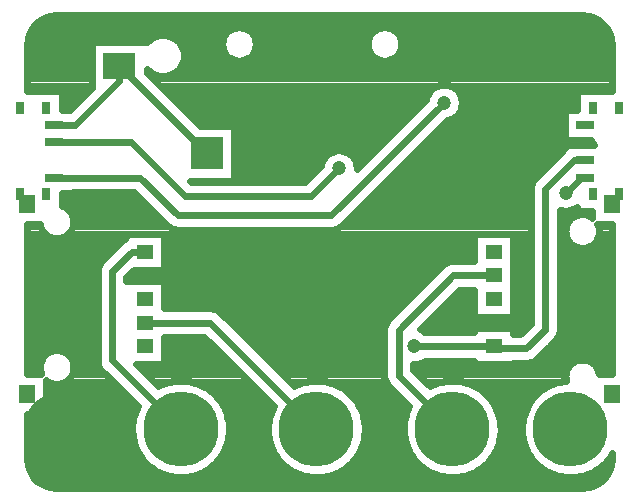
<source format=gbr>
G04 DipTrace 3.3.1.1*
G04 Bottom.gbr*
%MOIN*%
G04 #@! TF.FileFunction,Copper,L2,Bot*
G04 #@! TF.Part,Single*
G04 #@! TA.AperFunction,CopperBalancing*
%ADD14C,0.023622*%
G04 #@! TA.AperFunction,ComponentPad*
%ADD17C,0.25*%
%ADD21R,0.110236X0.110236*%
%ADD22R,0.110236X0.086614*%
%ADD26R,0.059055X0.027559*%
%ADD27R,0.031496X0.03937*%
%ADD28R,0.055118X0.059055*%
%ADD29R,0.055118X0.047244*%
G04 #@! TA.AperFunction,ViaPad*
%ADD32C,0.047244*%
%FSLAX26Y26*%
G04*
G70*
G90*
G75*
G01*
G04 Bottom*
%LPD*%
X1988189Y1141734D2*
D14*
X1853199D1*
X1672638Y961172D1*
Y807678D1*
X1850394Y629923D1*
X826772Y1220474D2*
X781938D1*
X716387Y1154923D1*
Y858417D1*
X944882Y629923D1*
X1988189Y905513D2*
X1722638D1*
X2293307Y1525592D2*
X2255807D1*
X2160138Y1429923D1*
Y961173D1*
X2097638Y898673D1*
X1995029D1*
X1988189Y905513D1*
X521654Y1584647D2*
X780413D1*
X960138Y1404923D1*
X1378887D1*
X1472638Y1498673D1*
X521654Y1466537D2*
X811024D1*
X935138Y1342423D1*
X1447638D1*
X1822638Y1717423D1*
X2293307Y1466537D2*
X2278003D1*
X2228887Y1417423D1*
X826772Y984253D2*
X1043307D1*
X1397638Y629923D1*
X1031575Y1547984D2*
X1031417D1*
X740079Y1839323D1*
Y1791114D1*
X591387Y1642423D1*
X522933D1*
X521654Y1643702D1*
D32*
X1722638Y905513D3*
X1472638Y1498673D3*
X1822638Y1717423D3*
X2228887Y1417423D3*
X471232Y1985959D2*
D14*
X2343717D1*
X449988Y1962469D2*
X1110305D1*
X1169215D2*
X1594563D1*
X1653472D2*
X2364996D1*
X439115Y1938978D2*
X855922D1*
X915550D2*
X1087519D1*
X1192001D2*
X1571776D1*
X1676258D2*
X2375833D1*
X434989Y1915487D2*
X646215D1*
X944831D2*
X1081383D1*
X1198138D2*
X1565640D1*
X1682395D2*
X2379996D1*
X433876Y1891996D2*
X646215D1*
X955776D2*
X1085581D1*
X1193939D2*
X1569838D1*
X1678196D2*
X2381108D1*
X433876Y1868505D2*
X646215D1*
X957678D2*
X1103810D1*
X1175710D2*
X1588067D1*
X1659967D2*
X2381108D1*
X433876Y1845014D2*
X646215D1*
X951290D2*
X2381108D1*
X433876Y1821524D2*
X646215D1*
X933312D2*
X2381108D1*
X433876Y1798033D2*
X646215D1*
X851891D2*
X2381108D1*
X433876Y1774542D2*
X646215D1*
X875359D2*
X1801901D1*
X1843371D2*
X2381108D1*
X550536Y1751051D2*
X629493D1*
X898863D2*
X1770574D1*
X1874698D2*
X2264413D1*
X550536Y1727560D2*
X606025D1*
X922368D2*
X1761137D1*
X1884136D2*
X2264413D1*
X550536Y1704070D2*
X582521D1*
X945836D2*
X1738781D1*
X1883490D2*
X2264413D1*
X969340Y1680579D2*
X1715277D1*
X1872366D2*
X2225048D1*
X992808Y1657088D2*
X1691809D1*
X1832821D2*
X2225048D1*
X1125436Y1633597D2*
X1668305D1*
X1809317D2*
X2225048D1*
X1125436Y1610106D2*
X1644800D1*
X1785849D2*
X2225048D1*
X1125436Y1586615D2*
X1621332D1*
X1762345D2*
X2313287D1*
X1125436Y1563125D2*
X1597828D1*
X1738841D2*
X2223218D1*
X1125436Y1539634D2*
X1426445D1*
X1518835D2*
X1574324D1*
X1715372D2*
X2199355D1*
X1125436Y1516143D2*
X1412881D1*
X1532399D2*
X1550856D1*
X1691868D2*
X2175850D1*
X1125436Y1492652D2*
X1396123D1*
X1668364D2*
X2152346D1*
X1125436Y1469161D2*
X1372619D1*
X1644896D2*
X2128878D1*
X1621392Y1445671D2*
X2112228D1*
X1597923Y1422180D2*
X2109572D1*
X550536Y1398689D2*
X808376D1*
X1574419D2*
X2109572D1*
X550536Y1375198D2*
X831844D1*
X1550915D2*
X2109572D1*
X580678Y1351707D2*
X855348D1*
X1527447D2*
X2109572D1*
X2210682D2*
X2315583D1*
X589434Y1328217D2*
X878817D1*
X1503943D2*
X2109572D1*
X2210682D2*
X2240693D1*
X433876Y1304726D2*
X475442D1*
X587532D2*
X902751D1*
X1480008D2*
X2109572D1*
X2210682D2*
X2227201D1*
X2339757D2*
X2381108D1*
X433876Y1281235D2*
X489473D1*
X573502D2*
X2109572D1*
X2210682D2*
X2225622D1*
X2341300D2*
X2381108D1*
X433876Y1257744D2*
X749023D1*
X893086D2*
X1921898D1*
X2054478D2*
X2109572D1*
X2210682D2*
X2234808D1*
X2332114D2*
X2381108D1*
X433876Y1234253D2*
X725196D1*
X893086D2*
X1921898D1*
X2054478D2*
X2109572D1*
X2210682D2*
X2270836D1*
X2296086D2*
X2381108D1*
X433876Y1210762D2*
X701728D1*
X893086D2*
X1921898D1*
X2054478D2*
X2109572D1*
X2210682D2*
X2381108D1*
X433876Y1187272D2*
X678296D1*
X893086D2*
X1835058D1*
X2054478D2*
X2109572D1*
X2210682D2*
X2381108D1*
X433876Y1163781D2*
X666669D1*
X893086D2*
X1804736D1*
X2054478D2*
X2109572D1*
X2210682D2*
X2381108D1*
X433876Y1140290D2*
X665844D1*
X772264D2*
X1781232D1*
X2054478D2*
X2109572D1*
X2210682D2*
X2381108D1*
X433876Y1116799D2*
X665844D1*
X893086D2*
X1757764D1*
X2054478D2*
X2109572D1*
X2210682D2*
X2381108D1*
X433876Y1093308D2*
X665844D1*
X893086D2*
X1734260D1*
X1875272D2*
X1921898D1*
X2054478D2*
X2109572D1*
X2210682D2*
X2381108D1*
X433876Y1069818D2*
X665844D1*
X893086D2*
X1710756D1*
X1851804D2*
X1921898D1*
X2054478D2*
X2109572D1*
X2210682D2*
X2381108D1*
X433876Y1046327D2*
X665844D1*
X893086D2*
X1687287D1*
X1828300D2*
X1921898D1*
X2054478D2*
X2109572D1*
X2210682D2*
X2381108D1*
X433876Y1022836D2*
X665844D1*
X1074552D2*
X1663783D1*
X1804832D2*
X1921898D1*
X2054478D2*
X2109572D1*
X2210682D2*
X2381108D1*
X433876Y999345D2*
X665844D1*
X1098738D2*
X1640315D1*
X1781327D2*
X2109572D1*
X2210682D2*
X2381108D1*
X433876Y975854D2*
X665844D1*
X1122207D2*
X1624382D1*
X1757823D2*
X2104297D1*
X2210682D2*
X2381108D1*
X433876Y952364D2*
X665844D1*
X1145711D2*
X1622086D1*
X2054478D2*
X2080829D1*
X2209892D2*
X2381108D1*
X433876Y928873D2*
X665844D1*
X893086D2*
X1028167D1*
X1169215D2*
X1622086D1*
X2198266D2*
X2381108D1*
X433876Y905382D2*
X665844D1*
X893086D2*
X1051671D1*
X1192683D2*
X1622086D1*
X2174869D2*
X2381108D1*
X433876Y881891D2*
X496076D1*
X566935D2*
X665844D1*
X893086D2*
X1075175D1*
X1216187D2*
X1622086D1*
X2151365D2*
X2381108D1*
X433876Y858400D2*
X477488D1*
X585523D2*
X665844D1*
X893086D2*
X1098643D1*
X1239656D2*
X1622086D1*
X2126462D2*
X2263659D1*
X2303263D2*
X2381108D1*
X433876Y834909D2*
X473110D1*
X589901D2*
X671944D1*
X810409D2*
X1122147D1*
X1263160D2*
X1622086D1*
X1723195D2*
X2233624D1*
X2333334D2*
X2381108D1*
X583944Y811419D2*
X692865D1*
X833913D2*
X1145615D1*
X1286664D2*
X1622086D1*
X1739415D2*
X2225407D1*
X561660Y787928D2*
X716369D1*
X857381D2*
X909713D1*
X980069D2*
X1169120D1*
X1310132D2*
X1362464D1*
X1432820D2*
X1626320D1*
X1762883D2*
X1815214D1*
X1885571D2*
X2208900D1*
X499365Y764437D2*
X739873D1*
X1036408D2*
X1192624D1*
X1489158D2*
X1645375D1*
X1941909D2*
X2152562D1*
X499365Y740946D2*
X763341D1*
X1064361D2*
X1216092D1*
X1517112D2*
X1668843D1*
X1969863D2*
X2124608D1*
X499365Y717455D2*
X786845D1*
X1082806D2*
X1239596D1*
X1535592D2*
X1692347D1*
X1988343D2*
X2106163D1*
X499365Y693965D2*
X794381D1*
X1095365D2*
X1247132D1*
X1548116D2*
X1699918D1*
X2000867D2*
X2093604D1*
X433876Y670474D2*
X786307D1*
X1103439D2*
X1239058D1*
X1556190D2*
X1691845D1*
X2008941D2*
X2085530D1*
X433876Y646983D2*
X782037D1*
X1107709D2*
X1234788D1*
X1560460D2*
X1687574D1*
X2013247D2*
X2081260D1*
X433876Y623492D2*
X781283D1*
X1108499D2*
X1234034D1*
X1561250D2*
X1686785D1*
X2014000D2*
X2080470D1*
X433876Y600001D2*
X783939D1*
X1105808D2*
X1236690D1*
X1558594D2*
X1689440D1*
X2011345D2*
X2083162D1*
X433876Y576511D2*
X790254D1*
X1099528D2*
X1243005D1*
X1552279D2*
X1695756D1*
X2005029D2*
X2089441D1*
X433876Y553020D2*
X800661D1*
X1089121D2*
X1253412D1*
X1541872D2*
X1706162D1*
X1994623D2*
X2099848D1*
X434450Y529529D2*
X816163D1*
X1073584D2*
X1268914D1*
X1526334D2*
X1721700D1*
X1979121D2*
X2115386D1*
X437536Y506038D2*
X839093D1*
X1050654D2*
X1291844D1*
X1503404D2*
X1744630D1*
X1956191D2*
X2138316D1*
X2349876D2*
X2377412D1*
X447189Y482547D2*
X876771D1*
X1013011D2*
X1329522D1*
X1465762D2*
X1782273D1*
X1918513D2*
X2175994D1*
X2312198D2*
X2367795D1*
X465921Y459056D2*
X2349028D1*
X507223Y435566D2*
X2307725D1*
X1105998Y620741D2*
X1105215Y611590D1*
X1103912Y602497D1*
X1102094Y593494D1*
X1099767Y584608D1*
X1096938Y575870D1*
X1093617Y567306D1*
X1089813Y558946D1*
X1085540Y550815D1*
X1080812Y542941D1*
X1075643Y535348D1*
X1070050Y528062D1*
X1064052Y521105D1*
X1057668Y514501D1*
X1050919Y508272D1*
X1043826Y502436D1*
X1036413Y497013D1*
X1028703Y492021D1*
X1020721Y487475D1*
X1012494Y483391D1*
X1004048Y479782D1*
X995410Y476659D1*
X986608Y474032D1*
X977671Y471911D1*
X968628Y470301D1*
X959509Y469209D1*
X950341Y468637D1*
X941156Y468588D1*
X931983Y469061D1*
X922852Y470055D1*
X913792Y471568D1*
X904833Y473593D1*
X896004Y476125D1*
X887333Y479155D1*
X878849Y482673D1*
X870578Y486668D1*
X862548Y491128D1*
X854785Y496037D1*
X847314Y501380D1*
X840158Y507139D1*
X833342Y513296D1*
X826888Y519831D1*
X820815Y526722D1*
X815145Y533948D1*
X809895Y541485D1*
X805082Y549308D1*
X800722Y557392D1*
X796829Y565711D1*
X793415Y574239D1*
X790492Y582946D1*
X788070Y591806D1*
X786155Y600790D1*
X784755Y609867D1*
X783873Y619010D1*
X783513Y628188D1*
X783676Y637372D1*
X784361Y646531D1*
X785566Y655637D1*
X787287Y664660D1*
X789518Y673569D1*
X792253Y682338D1*
X795483Y690937D1*
X801959Y704735D1*
X682312Y824342D1*
X677401Y830092D1*
X673450Y836540D1*
X670557Y843526D1*
X668791Y850879D1*
X668199Y858432D1*
X668347Y1158703D1*
X669530Y1166172D1*
X671866Y1173364D1*
X675299Y1180101D1*
X679744Y1186219D1*
X701800Y1208485D1*
X750642Y1257117D1*
X756760Y1261562D1*
X760074Y1263417D1*
X762835Y1270710D1*
Y1280474D1*
X890709D1*
Y1160474D1*
X790030Y1160416D1*
X764580Y1134966D1*
X764576Y1123022D1*
X890709Y1122993D1*
Y1032447D1*
X1047088Y1032294D1*
X1054557Y1031111D1*
X1061748Y1028774D1*
X1068486Y1025341D1*
X1074603Y1020897D1*
X1096869Y998841D1*
X1322824Y772886D1*
X1336862Y779419D1*
X1345466Y782634D1*
X1354238Y785355D1*
X1363152Y787573D1*
X1372177Y789279D1*
X1381285Y790470D1*
X1390445Y791140D1*
X1399629Y791288D1*
X1408807Y790914D1*
X1417948Y790017D1*
X1427023Y788603D1*
X1436004Y786674D1*
X1444860Y784237D1*
X1453563Y781300D1*
X1462085Y777873D1*
X1470398Y773967D1*
X1478475Y769594D1*
X1486291Y764769D1*
X1493819Y759507D1*
X1501036Y753825D1*
X1507917Y747741D1*
X1514442Y741276D1*
X1520588Y734450D1*
X1526336Y727286D1*
X1531667Y719806D1*
X1536564Y712035D1*
X1541010Y703998D1*
X1544992Y695721D1*
X1548497Y687231D1*
X1551513Y678555D1*
X1554031Y669722D1*
X1556042Y660760D1*
X1557540Y651698D1*
X1558520Y642565D1*
X1559016Y629923D1*
X1558754Y620741D1*
X1557971Y611590D1*
X1556668Y602497D1*
X1554850Y593494D1*
X1552523Y584608D1*
X1549694Y575870D1*
X1546373Y567306D1*
X1542569Y558946D1*
X1538296Y550815D1*
X1533568Y542941D1*
X1528399Y535348D1*
X1522806Y528062D1*
X1516808Y521105D1*
X1510424Y514501D1*
X1503675Y508272D1*
X1496582Y502436D1*
X1489169Y497013D1*
X1481459Y492021D1*
X1473477Y487475D1*
X1465250Y483391D1*
X1456804Y479782D1*
X1448166Y476659D1*
X1439364Y474032D1*
X1430427Y471911D1*
X1421384Y470301D1*
X1412264Y469209D1*
X1403097Y468637D1*
X1393912Y468588D1*
X1384739Y469061D1*
X1375608Y470055D1*
X1366548Y471568D1*
X1357589Y473593D1*
X1348760Y476125D1*
X1340089Y479155D1*
X1331605Y482673D1*
X1323334Y486668D1*
X1315304Y491128D1*
X1307541Y496037D1*
X1300069Y501380D1*
X1292914Y507139D1*
X1286098Y513296D1*
X1279644Y519831D1*
X1273571Y526722D1*
X1267901Y533948D1*
X1262650Y541485D1*
X1257838Y549308D1*
X1253478Y557392D1*
X1249585Y565711D1*
X1246171Y574239D1*
X1243248Y582946D1*
X1240826Y591806D1*
X1238911Y600790D1*
X1237511Y609867D1*
X1236629Y619010D1*
X1236269Y628188D1*
X1236432Y637372D1*
X1237117Y646531D1*
X1238322Y655637D1*
X1240043Y664660D1*
X1242274Y673569D1*
X1245009Y682338D1*
X1248239Y690937D1*
X1254715Y704735D1*
X1023324Y936087D1*
X890692Y936064D1*
X890709Y845513D1*
X797446D1*
X870049Y772905D1*
X884106Y779419D1*
X892710Y782634D1*
X901483Y785355D1*
X910396Y787573D1*
X919421Y789279D1*
X928529Y790470D1*
X937689Y791140D1*
X946873Y791288D1*
X956051Y790914D1*
X965192Y790017D1*
X974268Y788603D1*
X983248Y786674D1*
X992104Y784237D1*
X1000807Y781300D1*
X1009329Y777873D1*
X1017642Y773967D1*
X1025719Y769594D1*
X1033535Y764769D1*
X1041063Y759507D1*
X1048280Y753825D1*
X1055162Y747741D1*
X1061686Y741276D1*
X1067832Y734450D1*
X1073580Y727286D1*
X1078911Y719806D1*
X1083808Y712035D1*
X1088254Y703998D1*
X1092237Y695721D1*
X1095741Y687231D1*
X1098757Y678555D1*
X1101275Y669722D1*
X1103286Y660760D1*
X1104784Y651698D1*
X1105764Y642565D1*
X1106260Y629923D1*
X1105998Y620741D1*
X2011510D2*
X2010727Y611590D1*
X2009424Y602497D1*
X2007606Y593494D1*
X2005279Y584608D1*
X2002450Y575870D1*
X1999129Y567306D1*
X1995325Y558946D1*
X1991052Y550815D1*
X1986324Y542941D1*
X1981155Y535348D1*
X1975562Y528062D1*
X1969564Y521105D1*
X1963180Y514501D1*
X1956431Y508272D1*
X1949338Y502436D1*
X1941924Y497013D1*
X1934214Y492021D1*
X1926233Y487475D1*
X1918006Y483391D1*
X1909559Y479782D1*
X1900922Y476659D1*
X1892120Y474032D1*
X1883183Y471911D1*
X1874140Y470301D1*
X1865020Y469209D1*
X1855853Y468637D1*
X1846668Y468588D1*
X1837495Y469061D1*
X1828364Y470055D1*
X1819304Y471568D1*
X1810345Y473593D1*
X1801516Y476125D1*
X1792845Y479155D1*
X1784360Y482673D1*
X1776090Y486668D1*
X1768060Y491128D1*
X1760297Y496037D1*
X1752825Y501380D1*
X1745670Y507139D1*
X1738854Y513296D1*
X1732400Y519831D1*
X1726327Y526722D1*
X1720657Y533948D1*
X1715406Y541485D1*
X1710593Y549308D1*
X1706233Y557392D1*
X1702340Y565711D1*
X1698927Y574239D1*
X1696004Y582946D1*
X1693582Y591806D1*
X1691667Y600790D1*
X1690267Y609867D1*
X1689385Y619010D1*
X1689025Y628188D1*
X1689188Y637372D1*
X1689873Y646531D1*
X1691078Y655637D1*
X1692799Y664660D1*
X1695030Y673569D1*
X1697765Y682338D1*
X1700994Y690937D1*
X1707471Y704735D1*
X1635995Y776382D1*
X1631550Y782500D1*
X1628117Y789237D1*
X1625780Y796429D1*
X1624597Y803898D1*
X1624449Y835238D1*
X1624597Y964953D1*
X1625780Y972421D1*
X1628117Y979613D1*
X1631550Y986351D1*
X1635995Y992468D1*
X1658050Y1014734D1*
X1821903Y1178377D1*
X1828021Y1182822D1*
X1834758Y1186254D1*
X1841950Y1188591D1*
X1849419Y1189774D1*
X1880759Y1189923D1*
X1924286D1*
X1924252Y1280474D1*
X2052126D1*
Y1002993D1*
X1924252D1*
Y1093529D1*
X1873180Y1093545D1*
X1741958Y962342D1*
X1749877Y958974D1*
X1757905Y954054D1*
X1758353Y953701D1*
X1924271Y953702D1*
X1924252Y965513D1*
X2052126D1*
Y946889D1*
X2077670Y946862D1*
X2111951Y981136D1*
X2112097Y1433703D1*
X2113280Y1441172D1*
X2115617Y1448364D1*
X2119050Y1455101D1*
X2123494Y1461219D1*
X2145550Y1483485D1*
X2224522Y1562244D1*
X2227402Y1567298D1*
Y1575749D1*
X2323954Y1575924D1*
X2318441Y1582379D1*
X2314006Y1589616D1*
X2312199Y1593551D1*
X2227402Y1593545D1*
Y1693860D1*
X2266767D1*
X2266772Y1754883D1*
X2383465Y1754984D1*
Y1906957D1*
X2379742Y1935248D1*
X2369784Y1959289D1*
X2353944Y1979931D1*
X2333299Y1995771D1*
X2309260Y2005727D1*
X2280998Y2009448D1*
X533976Y2009450D1*
X505698Y2005727D1*
X481658Y1995769D1*
X461014Y1979928D1*
X445176Y1959285D1*
X435218Y1935244D1*
X431499Y1906982D1*
X431497Y1754915D1*
X548189Y1754883D1*
Y1693844D1*
X574704Y1693859D1*
X648582Y1767768D1*
X648583Y1919008D1*
X831575Y1918828D1*
X836362Y1924142D1*
X844696Y1931260D1*
X854040Y1936986D1*
X864166Y1941180D1*
X874822Y1943739D1*
X885748Y1944598D1*
X896674Y1943739D1*
X907331Y1941180D1*
X917456Y1936986D1*
X926800Y1931260D1*
X935134Y1924142D1*
X942252Y1915808D1*
X947978Y1906464D1*
X952172Y1896338D1*
X954731Y1885682D1*
X955591Y1874756D1*
X954731Y1863830D1*
X952172Y1853173D1*
X947978Y1843048D1*
X942252Y1833704D1*
X935134Y1825370D1*
X926800Y1818252D1*
X917456Y1812526D1*
X907331Y1808332D1*
X896674Y1805773D1*
X885748Y1804913D1*
X874822Y1805773D1*
X864166Y1808332D1*
X854040Y1812526D1*
X844696Y1818252D1*
X836362Y1825370D1*
X831565Y1830759D1*
X831575Y1815984D1*
X1008076Y1639475D1*
X1123071Y1639480D1*
Y1456488D1*
X976881Y1456328D1*
X980104Y1453106D1*
X1358919Y1453112D1*
X1413297Y1507482D1*
X1414296Y1512680D1*
X1417205Y1521634D1*
X1421479Y1530023D1*
X1427013Y1537640D1*
X1433671Y1544298D1*
X1441288Y1549832D1*
X1449677Y1554106D1*
X1458631Y1557015D1*
X1467930Y1558488D1*
X1477345D1*
X1486645Y1557015D1*
X1495599Y1554106D1*
X1503988Y1549832D1*
X1511605Y1544298D1*
X1518262Y1537640D1*
X1523796Y1530023D1*
X1528071Y1521634D1*
X1530980Y1512680D1*
X1532453Y1503381D1*
X1532511Y1495455D1*
X1763292Y1726227D1*
X1764296Y1731429D1*
X1767205Y1740384D1*
X1771479Y1748772D1*
X1777013Y1756389D1*
X1783671Y1763047D1*
X1791288Y1768581D1*
X1799677Y1772855D1*
X1808631Y1775765D1*
X1817930Y1777238D1*
X1827345D1*
X1836645Y1775765D1*
X1845599Y1772855D1*
X1853988Y1768581D1*
X1861605Y1763047D1*
X1868262Y1756389D1*
X1873796Y1748772D1*
X1878071Y1740384D1*
X1880980Y1731429D1*
X1882453Y1722130D1*
Y1712715D1*
X1880980Y1703416D1*
X1878071Y1694462D1*
X1873796Y1686073D1*
X1868262Y1678456D1*
X1861605Y1671798D1*
X1853988Y1666264D1*
X1845599Y1661990D1*
X1836645Y1659080D1*
X1831457Y1658094D1*
X1478934Y1305779D1*
X1472817Y1301335D1*
X1466079Y1297902D1*
X1458887Y1295565D1*
X1451419Y1294382D1*
X1420079Y1294234D1*
X931357Y1294382D1*
X923888Y1295565D1*
X916697Y1297902D1*
X909959Y1301335D1*
X903842Y1305779D1*
X881576Y1327835D1*
X791067Y1418344D1*
X587573Y1418348D1*
X587559Y1416379D1*
X548194D1*
X548189Y1374362D1*
X552950Y1372663D1*
X560789Y1368669D1*
X567906Y1363498D1*
X574127Y1357277D1*
X579298Y1350160D1*
X583292Y1342322D1*
X586010Y1333955D1*
X587386Y1325266D1*
Y1316469D1*
X586010Y1307780D1*
X583292Y1299413D1*
X579298Y1291575D1*
X574127Y1284457D1*
X567906Y1278237D1*
X560789Y1273066D1*
X552950Y1269072D1*
X544584Y1266353D1*
X535895Y1264977D1*
X527097D1*
X518408Y1266353D1*
X510042Y1269072D1*
X502203Y1273066D1*
X495086Y1278237D1*
X488865Y1284457D1*
X483695Y1291575D1*
X479701Y1299413D1*
X476982Y1307780D1*
X475895Y1314027D1*
X431519Y1314017D1*
X431496Y811951D1*
X481128Y811970D1*
X478177Y819291D1*
X476123Y827845D1*
X475433Y836615D1*
X476123Y845386D1*
X478177Y853940D1*
X481544Y862068D1*
X486140Y869568D1*
X491854Y876258D1*
X498543Y881971D1*
X506044Y886568D1*
X514172Y889935D1*
X522726Y891988D1*
X531496Y892678D1*
X540266Y891988D1*
X548820Y889935D1*
X556948Y886568D1*
X564449Y881971D1*
X571139Y876258D1*
X576852Y869568D1*
X581449Y862068D1*
X584815Y853940D1*
X586869Y845386D1*
X587559Y836615D1*
X586869Y827845D1*
X584815Y819291D1*
X581449Y811163D1*
X576852Y803662D1*
X571139Y796973D1*
X564449Y791260D1*
X556948Y786663D1*
X548820Y783296D1*
X540266Y781243D1*
X531496Y780552D1*
X522726Y781243D1*
X514172Y783296D1*
X506044Y786663D1*
X498543Y791260D1*
X497017Y792463D1*
X497008Y680159D1*
X431519D1*
X431496Y533991D1*
X435219Y505700D1*
X445177Y481659D1*
X461018Y461016D1*
X481662Y445175D1*
X505703Y435218D1*
X533964Y431499D1*
X2280985Y431498D1*
X2309262Y435220D1*
X2333303Y445179D1*
X2353947Y461019D1*
X2369786Y481663D1*
X2379743Y505702D1*
X2383465Y533965D1*
X2383466Y548594D1*
X2374856Y535348D1*
X2369263Y528062D1*
X2363265Y521105D1*
X2356881Y514501D1*
X2350132Y508272D1*
X2343039Y502436D1*
X2335625Y497013D1*
X2327915Y492021D1*
X2319934Y487475D1*
X2311707Y483391D1*
X2303260Y479782D1*
X2294622Y476659D1*
X2285821Y474032D1*
X2276884Y471911D1*
X2267841Y470301D1*
X2258721Y469209D1*
X2249554Y468637D1*
X2240369Y468588D1*
X2231196Y469061D1*
X2222065Y470055D1*
X2213005Y471568D1*
X2204046Y473593D1*
X2195217Y476125D1*
X2186546Y479155D1*
X2178061Y482673D1*
X2169791Y486668D1*
X2161761Y491128D1*
X2153997Y496037D1*
X2146526Y501380D1*
X2139371Y507139D1*
X2132555Y513296D1*
X2126100Y519831D1*
X2120028Y526722D1*
X2114357Y533948D1*
X2109107Y541485D1*
X2104294Y549308D1*
X2099934Y557392D1*
X2096041Y565711D1*
X2092628Y574239D1*
X2089705Y582946D1*
X2087283Y591806D1*
X2085368Y600790D1*
X2083968Y609867D1*
X2083086Y619010D1*
X2082726Y628188D1*
X2082889Y637372D1*
X2083573Y646531D1*
X2084778Y655637D1*
X2086499Y664660D1*
X2088731Y673569D1*
X2091466Y682338D1*
X2094695Y690937D1*
X2098409Y699338D1*
X2102594Y707514D1*
X2107237Y715439D1*
X2112324Y723086D1*
X2117838Y730432D1*
X2123761Y737453D1*
X2130074Y744125D1*
X2136756Y750427D1*
X2143786Y756339D1*
X2151141Y761841D1*
X2158796Y766916D1*
X2166729Y771547D1*
X2174912Y775719D1*
X2183318Y779419D1*
X2191922Y782634D1*
X2200695Y785355D1*
X2209609Y787573D1*
X2218634Y789279D1*
X2229352Y790588D1*
X2228092Y796349D1*
X2227402Y805119D1*
X2228092Y813890D1*
X2230145Y822444D1*
X2233512Y830571D1*
X2238109Y838072D1*
X2243822Y844762D1*
X2250512Y850475D1*
X2258013Y855072D1*
X2266140Y858438D1*
X2274694Y860492D1*
X2283465Y861182D1*
X2292235Y860492D1*
X2300789Y858438D1*
X2308917Y855072D1*
X2316418Y850475D1*
X2323107Y844762D1*
X2328820Y838072D1*
X2333417Y830571D1*
X2336784Y822444D1*
X2338837Y813890D1*
X2339066Y811960D1*
X2383442Y811970D1*
X2383465Y1314004D1*
X2333832Y1314017D1*
X2336784Y1306696D1*
X2338837Y1298142D1*
X2339528Y1289371D1*
X2338837Y1280601D1*
X2336784Y1272047D1*
X2333417Y1263919D1*
X2328820Y1256418D1*
X2323107Y1249729D1*
X2316418Y1244015D1*
X2308917Y1239419D1*
X2300789Y1236052D1*
X2292235Y1233999D1*
X2283465Y1233308D1*
X2274694Y1233999D1*
X2266140Y1236052D1*
X2258013Y1239419D1*
X2250512Y1244015D1*
X2243822Y1249729D1*
X2238109Y1256418D1*
X2233512Y1263919D1*
X2230145Y1272047D1*
X2228092Y1280601D1*
X2227402Y1289371D1*
X2228092Y1298142D1*
X2230145Y1306696D1*
X2233512Y1314823D1*
X2238109Y1322324D1*
X2243822Y1329014D1*
X2250512Y1334727D1*
X2258013Y1339324D1*
X2266140Y1342690D1*
X2274694Y1344744D1*
X2283465Y1345434D1*
X2292235Y1344744D1*
X2300789Y1342690D1*
X2308917Y1339324D1*
X2316418Y1334727D1*
X2317944Y1333524D1*
X2317953Y1355391D1*
X2266772Y1355356D1*
Y1370893D1*
X2260237Y1366264D1*
X2251848Y1361990D1*
X2242894Y1359080D1*
X2233595Y1357608D1*
X2224180D1*
X2214880Y1359080D1*
X2208326Y1361104D1*
X2208178Y957392D1*
X2206995Y949924D1*
X2204659Y942732D1*
X2201226Y935994D1*
X2196781Y929877D1*
X2174725Y907611D1*
X2128934Y862030D1*
X2122817Y857585D1*
X2116079Y854152D1*
X2108887Y851816D1*
X2101419Y850633D1*
X2070079Y850484D1*
X2052101D1*
X2052126Y845513D1*
X1924252D1*
Y857319D1*
X1758351Y857324D1*
X1753988Y854355D1*
X1745599Y850080D1*
X1736645Y847171D1*
X1727345Y845698D1*
X1720817Y845585D1*
X1720827Y827647D1*
X1775552Y772914D1*
X1789618Y779419D1*
X1798222Y782634D1*
X1806994Y785355D1*
X1815908Y787573D1*
X1824933Y789279D1*
X1834041Y790470D1*
X1843201Y791140D1*
X1852385Y791288D1*
X1861563Y790914D1*
X1870704Y790017D1*
X1879779Y788603D1*
X1888760Y786674D1*
X1897616Y784237D1*
X1906319Y781300D1*
X1914841Y777873D1*
X1923154Y773967D1*
X1931231Y769594D1*
X1939047Y764769D1*
X1946575Y759507D1*
X1953792Y753825D1*
X1960673Y747741D1*
X1967198Y741276D1*
X1973344Y734450D1*
X1979092Y727286D1*
X1984423Y719806D1*
X1989319Y712035D1*
X1993766Y703998D1*
X1997748Y695721D1*
X2001253Y687231D1*
X2004269Y678555D1*
X2006787Y669722D1*
X2008798Y660760D1*
X2010296Y651698D1*
X2011276Y642565D1*
X2011772Y629923D1*
X2011510Y620741D1*
X1195654Y1908988D2*
X1194278Y1900299D1*
X1191559Y1891933D1*
X1187565Y1884094D1*
X1182394Y1876977D1*
X1176174Y1870757D1*
X1169057Y1865586D1*
X1161218Y1861592D1*
X1152851Y1858873D1*
X1144162Y1857497D1*
X1135365D1*
X1126676Y1858873D1*
X1118309Y1861592D1*
X1110471Y1865586D1*
X1103354Y1870757D1*
X1097133Y1876977D1*
X1091962Y1884094D1*
X1087968Y1891933D1*
X1085250Y1900299D1*
X1083874Y1908988D1*
Y1917786D1*
X1085250Y1926475D1*
X1087968Y1934842D1*
X1091962Y1942680D1*
X1097133Y1949797D1*
X1103354Y1956018D1*
X1110471Y1961189D1*
X1118309Y1965183D1*
X1126676Y1967901D1*
X1135365Y1969277D1*
X1144162D1*
X1152851Y1967901D1*
X1161218Y1965183D1*
X1169057Y1961189D1*
X1176174Y1956018D1*
X1182394Y1949797D1*
X1187565Y1942680D1*
X1191559Y1934842D1*
X1194278Y1926475D1*
X1195654Y1917786D1*
Y1908988D1*
X1679906D2*
X1678530Y1900299D1*
X1675811Y1891933D1*
X1671817Y1884094D1*
X1666646Y1876977D1*
X1660426Y1870757D1*
X1653309Y1865586D1*
X1645470Y1861592D1*
X1637103Y1858873D1*
X1628414Y1857497D1*
X1619617D1*
X1610928Y1858873D1*
X1602561Y1861592D1*
X1594723Y1865586D1*
X1587606Y1870757D1*
X1581385Y1876977D1*
X1576214Y1884094D1*
X1572220Y1891933D1*
X1569502Y1900299D1*
X1568126Y1908988D1*
Y1917786D1*
X1569502Y1926475D1*
X1572220Y1934842D1*
X1576214Y1942680D1*
X1581385Y1949797D1*
X1587606Y1956018D1*
X1594723Y1961189D1*
X1602561Y1965183D1*
X1610928Y1967901D1*
X1619617Y1969277D1*
X1628414D1*
X1637103Y1967901D1*
X1645470Y1965183D1*
X1653309Y1961189D1*
X1660426Y1956018D1*
X1666646Y1949797D1*
X1671817Y1942680D1*
X1675811Y1934842D1*
X1678530Y1926475D1*
X1679906Y1917786D1*
Y1908988D1*
D17*
X551181Y629923D3*
X944882D3*
X1397638D3*
X1850394D3*
X2244094D3*
D21*
X1031575Y1547984D3*
D22*
X740079Y1839323D3*
X1031417Y1918063D3*
D26*
X2293307Y1643702D3*
Y1525592D3*
Y1466537D3*
D27*
X2318898Y1698820D3*
X2405512D3*
X2318898Y1411419D3*
X2405512D3*
D26*
X521654Y1466537D3*
Y1584647D3*
Y1643702D3*
D27*
X496063Y1411419D3*
X409449D3*
X496063Y1698820D3*
X409449D3*
D28*
X2381890Y1379923D3*
Y746064D3*
D29*
X1988189Y1062993D3*
Y1141734D3*
Y984253D3*
Y905513D3*
Y1220474D3*
D28*
X433071Y746064D3*
Y1379923D3*
D29*
X826772Y1062993D3*
Y984253D3*
Y1141734D3*
Y1220474D3*
Y905513D3*
M02*

</source>
